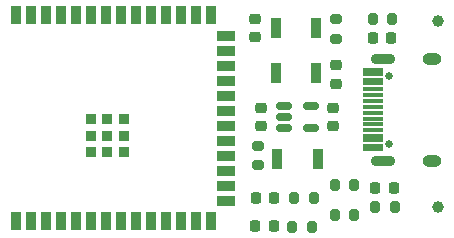
<source format=gbr>
G04 #@! TF.GenerationSoftware,KiCad,Pcbnew,(6.0.11)*
G04 #@! TF.CreationDate,2023-04-28T13:02:27+02:00*
G04 #@! TF.ProjectId,cyberticket,63796265-7274-4696-936b-65742e6b6963,rev?*
G04 #@! TF.SameCoordinates,Original*
G04 #@! TF.FileFunction,Soldermask,Top*
G04 #@! TF.FilePolarity,Negative*
%FSLAX46Y46*%
G04 Gerber Fmt 4.6, Leading zero omitted, Abs format (unit mm)*
G04 Created by KiCad (PCBNEW (6.0.11)) date 2023-04-28 13:02:27*
%MOMM*%
%LPD*%
G01*
G04 APERTURE LIST*
G04 Aperture macros list*
%AMRoundRect*
0 Rectangle with rounded corners*
0 $1 Rounding radius*
0 $2 $3 $4 $5 $6 $7 $8 $9 X,Y pos of 4 corners*
0 Add a 4 corners polygon primitive as box body*
4,1,4,$2,$3,$4,$5,$6,$7,$8,$9,$2,$3,0*
0 Add four circle primitives for the rounded corners*
1,1,$1+$1,$2,$3*
1,1,$1+$1,$4,$5*
1,1,$1+$1,$6,$7*
1,1,$1+$1,$8,$9*
0 Add four rect primitives between the rounded corners*
20,1,$1+$1,$2,$3,$4,$5,0*
20,1,$1+$1,$4,$5,$6,$7,0*
20,1,$1+$1,$6,$7,$8,$9,0*
20,1,$1+$1,$8,$9,$2,$3,0*%
G04 Aperture macros list end*
%ADD10R,0.900000X1.700000*%
%ADD11C,1.000000*%
%ADD12RoundRect,0.225000X0.250000X-0.225000X0.250000X0.225000X-0.250000X0.225000X-0.250000X-0.225000X0*%
%ADD13RoundRect,0.200000X0.200000X0.275000X-0.200000X0.275000X-0.200000X-0.275000X0.200000X-0.275000X0*%
%ADD14RoundRect,0.200000X-0.200000X-0.275000X0.200000X-0.275000X0.200000X0.275000X-0.200000X0.275000X0*%
%ADD15RoundRect,0.218750X0.218750X0.256250X-0.218750X0.256250X-0.218750X-0.256250X0.218750X-0.256250X0*%
%ADD16RoundRect,0.150000X-0.512500X-0.150000X0.512500X-0.150000X0.512500X0.150000X-0.512500X0.150000X0*%
%ADD17R,0.900000X1.500000*%
%ADD18R,1.500000X0.900000*%
%ADD19R,0.900000X0.900000*%
%ADD20RoundRect,0.225000X0.225000X0.250000X-0.225000X0.250000X-0.225000X-0.250000X0.225000X-0.250000X0*%
%ADD21C,0.650000*%
%ADD22R,1.750000X0.300000*%
%ADD23O,1.600000X1.000000*%
%ADD24O,2.100000X0.900000*%
%ADD25RoundRect,0.200000X0.275000X-0.200000X0.275000X0.200000X-0.275000X0.200000X-0.275000X-0.200000X0*%
G04 APERTURE END LIST*
D10*
X118393000Y-62992000D03*
X121793000Y-62992000D03*
D11*
X131953000Y-67056000D03*
D12*
X123376400Y-56598400D03*
X123376400Y-55048400D03*
D13*
X124924400Y-65151000D03*
X123274400Y-65151000D03*
D14*
X126467500Y-51085500D03*
X128117500Y-51085500D03*
D13*
X124924400Y-67691000D03*
X123274400Y-67691000D03*
D12*
X116518400Y-52674400D03*
X116518400Y-51124400D03*
D15*
X128257000Y-65405000D03*
X126682000Y-65405000D03*
D11*
X131953000Y-51308000D03*
D16*
X118942400Y-58490400D03*
X118942400Y-59440400D03*
X118942400Y-60390400D03*
X121217400Y-60390400D03*
X121217400Y-58490400D03*
D17*
X96276400Y-68256400D03*
X97546400Y-68256400D03*
X98816400Y-68256400D03*
X100086400Y-68256400D03*
X101356400Y-68256400D03*
X102626400Y-68256400D03*
X103896400Y-68256400D03*
X105166400Y-68256400D03*
X106436400Y-68256400D03*
X107706400Y-68256400D03*
X108976400Y-68256400D03*
X110246400Y-68256400D03*
X111516400Y-68256400D03*
X112786400Y-68256400D03*
D18*
X114036400Y-66491400D03*
X114036400Y-65221400D03*
X114036400Y-63951400D03*
X114036400Y-62681400D03*
X114036400Y-61411400D03*
X114036400Y-60141400D03*
X114036400Y-58871400D03*
X114036400Y-57601400D03*
X114036400Y-56331400D03*
X114036400Y-55061400D03*
X114036400Y-53791400D03*
X114036400Y-52521400D03*
D17*
X112786400Y-50756400D03*
X111516400Y-50756400D03*
X110246400Y-50756400D03*
X108976400Y-50756400D03*
X107706400Y-50756400D03*
X106436400Y-50756400D03*
X105166400Y-50756400D03*
X103896400Y-50756400D03*
X102626400Y-50756400D03*
X101356400Y-50756400D03*
X100086400Y-50756400D03*
X98816400Y-50756400D03*
X97546400Y-50756400D03*
X96276400Y-50756400D03*
D19*
X103996400Y-61006400D03*
X105396400Y-62406400D03*
X105396400Y-61006400D03*
X102596400Y-62406400D03*
X103996400Y-62406400D03*
X102596400Y-61006400D03*
X102596400Y-59606400D03*
X105396400Y-59606400D03*
X103996400Y-59606400D03*
D14*
X119825000Y-66294000D03*
X121475000Y-66294000D03*
D10*
X121696400Y-55696400D03*
X118296400Y-55696400D03*
D15*
X128041500Y-52736500D03*
X126466500Y-52736500D03*
D20*
X118068400Y-68650400D03*
X116518400Y-68650400D03*
D21*
X127836000Y-55911000D03*
X127836000Y-61691000D03*
D22*
X126496000Y-62151000D03*
X126496000Y-61351000D03*
X126496000Y-60051000D03*
X126496000Y-59051000D03*
X126496000Y-58551000D03*
X126496000Y-57551000D03*
X126496000Y-56251000D03*
X126496000Y-55451000D03*
X126496000Y-55751000D03*
X126496000Y-56551000D03*
X126496000Y-57051000D03*
X126496000Y-58051000D03*
X126496000Y-59551000D03*
X126496000Y-60551000D03*
X126496000Y-61051000D03*
X126496000Y-61851000D03*
D23*
X131516000Y-54481000D03*
X131516000Y-63121000D03*
D24*
X127336000Y-63121000D03*
X127336000Y-54481000D03*
D20*
X118118400Y-66294000D03*
X116568400Y-66294000D03*
D12*
X123122400Y-60167400D03*
X123122400Y-58617400D03*
X117026400Y-60167400D03*
X117026400Y-58617400D03*
D10*
X118296400Y-51886400D03*
X121696400Y-51886400D03*
D14*
X126683000Y-67056000D03*
X128333000Y-67056000D03*
D13*
X121284000Y-68707000D03*
X119634000Y-68707000D03*
D25*
X116713000Y-63499000D03*
X116713000Y-61849000D03*
X123376400Y-52774400D03*
X123376400Y-51124400D03*
M02*

</source>
